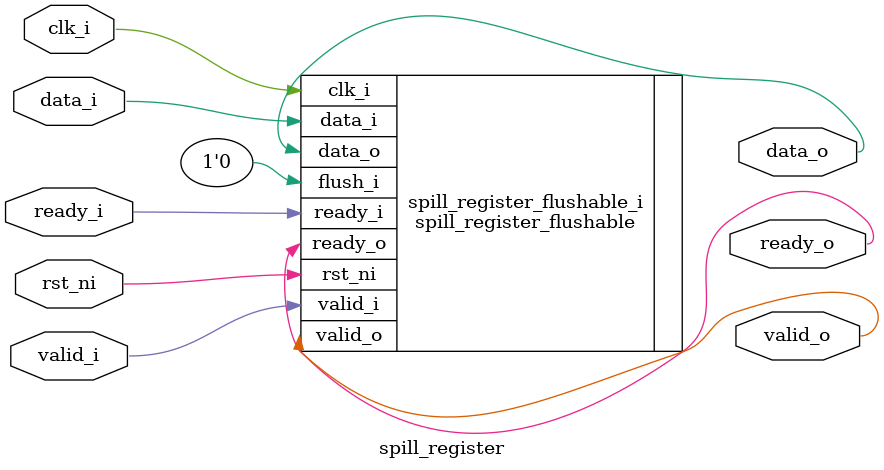
<source format=sv>


module spill_register #(
  parameter int  WIDTH  = 1,
  parameter bit  Bypass = 1'b0     // make this spill register transparent
) (
  input  logic clk_i   ,
  input  logic rst_ni  ,
  input  logic valid_i ,
  output logic ready_o ,
  input  logic [(WIDTH-1):0] data_i  ,
  output logic valid_o ,
  input  logic ready_i ,
  output logic [(WIDTH-1):0] data_o
);

  spill_register_flushable #(
    .WIDTH(WIDTH),
    .Bypass(Bypass)
  ) spill_register_flushable_i (
    .clk_i,
    .rst_ni,
    .valid_i,
    .flush_i(1'b0),
    .ready_o,
    .data_i,
    .valid_o,
    .ready_i,
    .data_o
  );

endmodule

</source>
